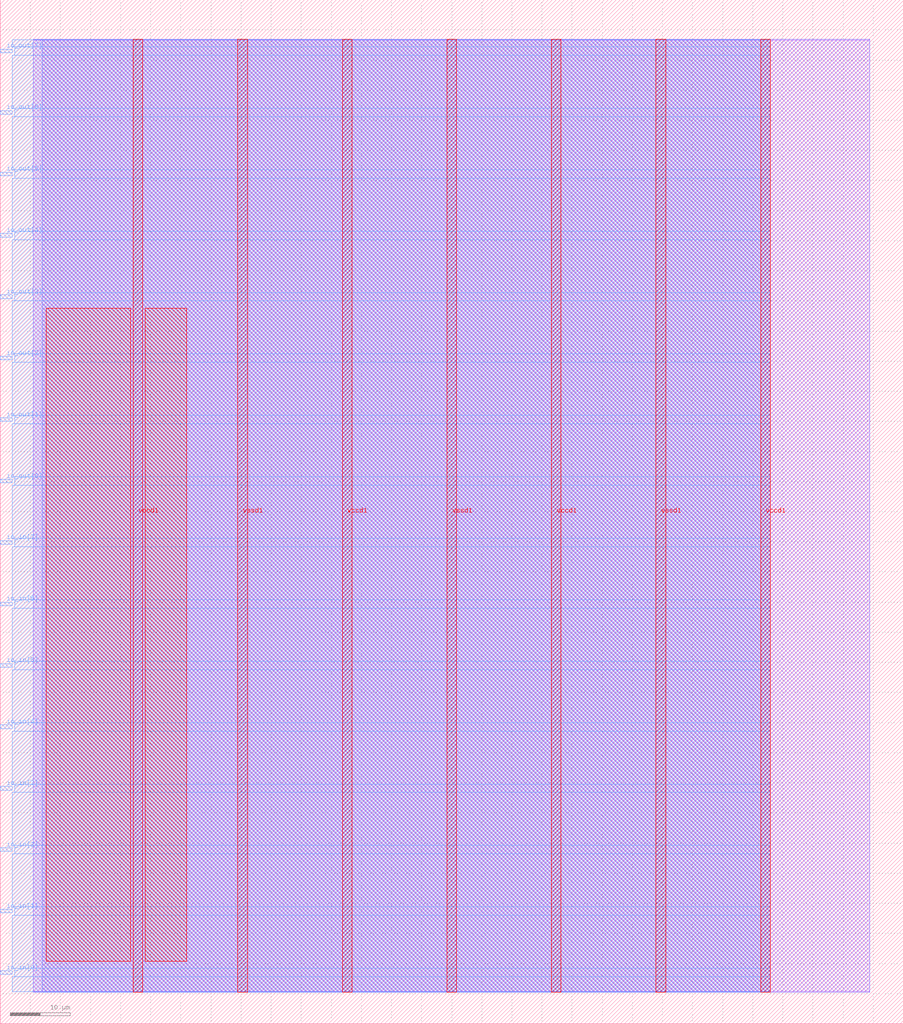
<source format=lef>
VERSION 5.7 ;
  NOWIREEXTENSIONATPIN ON ;
  DIVIDERCHAR "/" ;
  BUSBITCHARS "[]" ;
MACRO user_module_349953952950780498
  CLASS BLOCK ;
  FOREIGN user_module_349953952950780498 ;
  ORIGIN 0.000 0.000 ;
  SIZE 150.000 BY 170.000 ;
  PIN io_in[0]
    DIRECTION INPUT ;
    USE SIGNAL ;
    PORT
      LAYER met3 ;
        RECT 0.000 8.200 2.000 8.800 ;
    END
  END io_in[0]
  PIN io_in[1]
    DIRECTION INPUT ;
    USE SIGNAL ;
    PORT
      LAYER met3 ;
        RECT 0.000 18.400 2.000 19.000 ;
    END
  END io_in[1]
  PIN io_in[2]
    DIRECTION INPUT ;
    USE SIGNAL ;
    PORT
      LAYER met3 ;
        RECT 0.000 28.600 2.000 29.200 ;
    END
  END io_in[2]
  PIN io_in[3]
    DIRECTION INPUT ;
    USE SIGNAL ;
    PORT
      LAYER met3 ;
        RECT 0.000 38.800 2.000 39.400 ;
    END
  END io_in[3]
  PIN io_in[4]
    DIRECTION INPUT ;
    USE SIGNAL ;
    PORT
      LAYER met3 ;
        RECT 0.000 49.000 2.000 49.600 ;
    END
  END io_in[4]
  PIN io_in[5]
    DIRECTION INPUT ;
    USE SIGNAL ;
    PORT
      LAYER met3 ;
        RECT 0.000 59.200 2.000 59.800 ;
    END
  END io_in[5]
  PIN io_in[6]
    DIRECTION INPUT ;
    USE SIGNAL ;
    PORT
      LAYER met3 ;
        RECT 0.000 69.400 2.000 70.000 ;
    END
  END io_in[6]
  PIN io_in[7]
    DIRECTION INPUT ;
    USE SIGNAL ;
    PORT
      LAYER met3 ;
        RECT 0.000 79.600 2.000 80.200 ;
    END
  END io_in[7]
  PIN io_out[0]
    DIRECTION OUTPUT TRISTATE ;
    USE SIGNAL ;
    PORT
      LAYER met3 ;
        RECT 0.000 89.800 2.000 90.400 ;
    END
  END io_out[0]
  PIN io_out[1]
    DIRECTION OUTPUT TRISTATE ;
    USE SIGNAL ;
    PORT
      LAYER met3 ;
        RECT 0.000 100.000 2.000 100.600 ;
    END
  END io_out[1]
  PIN io_out[2]
    DIRECTION OUTPUT TRISTATE ;
    USE SIGNAL ;
    PORT
      LAYER met3 ;
        RECT 0.000 110.200 2.000 110.800 ;
    END
  END io_out[2]
  PIN io_out[3]
    DIRECTION OUTPUT TRISTATE ;
    USE SIGNAL ;
    PORT
      LAYER met3 ;
        RECT 0.000 120.400 2.000 121.000 ;
    END
  END io_out[3]
  PIN io_out[4]
    DIRECTION OUTPUT TRISTATE ;
    USE SIGNAL ;
    PORT
      LAYER met3 ;
        RECT 0.000 130.600 2.000 131.200 ;
    END
  END io_out[4]
  PIN io_out[5]
    DIRECTION OUTPUT TRISTATE ;
    USE SIGNAL ;
    PORT
      LAYER met3 ;
        RECT 0.000 140.800 2.000 141.400 ;
    END
  END io_out[5]
  PIN io_out[6]
    DIRECTION OUTPUT TRISTATE ;
    USE SIGNAL ;
    PORT
      LAYER met3 ;
        RECT 0.000 151.000 2.000 151.600 ;
    END
  END io_out[6]
  PIN io_out[7]
    DIRECTION OUTPUT TRISTATE ;
    USE SIGNAL ;
    PORT
      LAYER met3 ;
        RECT 0.000 161.200 2.000 161.800 ;
    END
  END io_out[7]
  PIN vccd1
    DIRECTION INOUT ;
    USE POWER ;
    PORT
      LAYER met4 ;
        RECT 22.090 5.200 23.690 163.440 ;
    END
    PORT
      LAYER met4 ;
        RECT 56.830 5.200 58.430 163.440 ;
    END
    PORT
      LAYER met4 ;
        RECT 91.570 5.200 93.170 163.440 ;
    END
    PORT
      LAYER met4 ;
        RECT 126.310 5.200 127.910 163.440 ;
    END
  END vccd1
  PIN vssd1
    DIRECTION INOUT ;
    USE GROUND ;
    PORT
      LAYER met4 ;
        RECT 39.460 5.200 41.060 163.440 ;
    END
    PORT
      LAYER met4 ;
        RECT 74.200 5.200 75.800 163.440 ;
    END
    PORT
      LAYER met4 ;
        RECT 108.940 5.200 110.540 163.440 ;
    END
  END vssd1
  OBS
      LAYER li1 ;
        RECT 5.520 5.355 144.440 163.285 ;
      LAYER met1 ;
        RECT 5.520 5.200 144.440 163.440 ;
      LAYER met2 ;
        RECT 6.990 5.255 127.880 163.385 ;
      LAYER met3 ;
        RECT 2.000 162.200 127.900 163.365 ;
        RECT 2.400 160.800 127.900 162.200 ;
        RECT 2.000 152.000 127.900 160.800 ;
        RECT 2.400 150.600 127.900 152.000 ;
        RECT 2.000 141.800 127.900 150.600 ;
        RECT 2.400 140.400 127.900 141.800 ;
        RECT 2.000 131.600 127.900 140.400 ;
        RECT 2.400 130.200 127.900 131.600 ;
        RECT 2.000 121.400 127.900 130.200 ;
        RECT 2.400 120.000 127.900 121.400 ;
        RECT 2.000 111.200 127.900 120.000 ;
        RECT 2.400 109.800 127.900 111.200 ;
        RECT 2.000 101.000 127.900 109.800 ;
        RECT 2.400 99.600 127.900 101.000 ;
        RECT 2.000 90.800 127.900 99.600 ;
        RECT 2.400 89.400 127.900 90.800 ;
        RECT 2.000 80.600 127.900 89.400 ;
        RECT 2.400 79.200 127.900 80.600 ;
        RECT 2.000 70.400 127.900 79.200 ;
        RECT 2.400 69.000 127.900 70.400 ;
        RECT 2.000 60.200 127.900 69.000 ;
        RECT 2.400 58.800 127.900 60.200 ;
        RECT 2.000 50.000 127.900 58.800 ;
        RECT 2.400 48.600 127.900 50.000 ;
        RECT 2.000 39.800 127.900 48.600 ;
        RECT 2.400 38.400 127.900 39.800 ;
        RECT 2.000 29.600 127.900 38.400 ;
        RECT 2.400 28.200 127.900 29.600 ;
        RECT 2.000 19.400 127.900 28.200 ;
        RECT 2.400 18.000 127.900 19.400 ;
        RECT 2.000 9.200 127.900 18.000 ;
        RECT 2.400 7.800 127.900 9.200 ;
        RECT 2.000 5.275 127.900 7.800 ;
      LAYER met4 ;
        RECT 7.655 10.375 21.690 118.825 ;
        RECT 24.090 10.375 30.985 118.825 ;
  END
END user_module_349953952950780498
END LIBRARY


</source>
